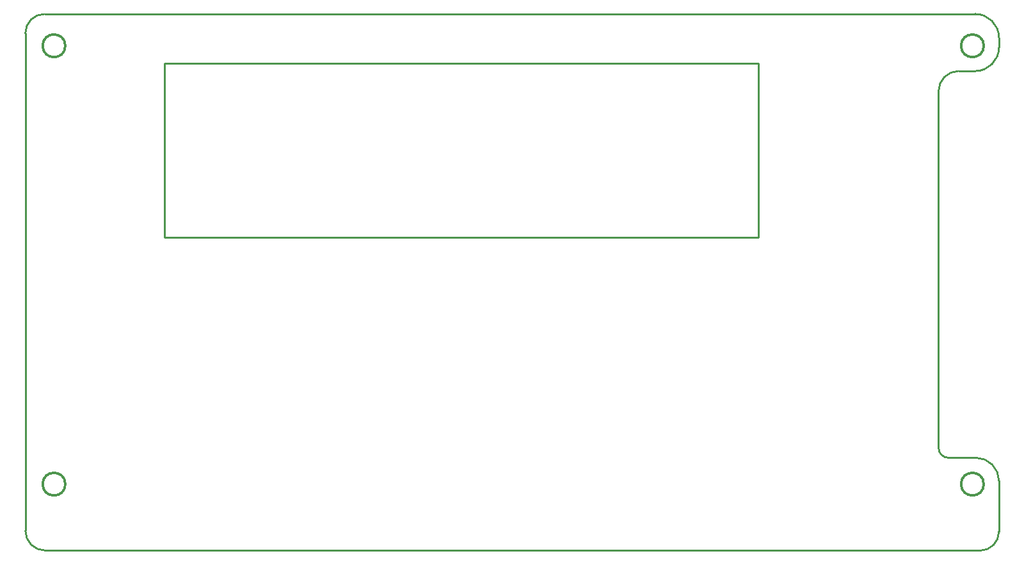
<source format=gko>
G04*
G04 #@! TF.GenerationSoftware,Altium Limited,Altium Designer,21.2.1 (34)*
G04*
G04 Layer_Color=16711935*
%FSLAX44Y44*%
%MOMM*%
G71*
G04*
G04 #@! TF.SameCoordinates,603A0A18-1311-4174-A4CB-90F12E54E7A9*
G04*
G04*
G04 #@! TF.FilePolarity,Positive*
G04*
G01*
G75*
%ADD11C,0.2540*%
%ADD15C,0.3000*%
D11*
X1913011Y1480000D02*
G03*
X1937978Y1504966I0J24966D01*
G01*
X1938040Y2158600D02*
G03*
X1906640Y2190000I-31400J0D01*
G01*
X1937978Y1572309D02*
G03*
X1907515Y1602771I-30463J0D01*
G01*
X1884624Y2114464D02*
G03*
X1858160Y2088000I0J-26464D01*
G01*
X1858166Y1615620D02*
G03*
X1870866Y1602920I12700J0D01*
G01*
X1906640Y2114464D02*
G03*
X1938040Y2145864I0J31400D01*
G01*
X650000Y1506454D02*
G03*
X676454Y1480000I26455J0D01*
G01*
X675392Y2190000D02*
G03*
X650000Y2164608I0J-25392D01*
G01*
X834452Y2124645D02*
X1619451Y2124645D01*
X834452Y1894645D02*
X1619451Y1894645D01*
Y2124645D01*
X834452Y1894645D02*
Y2124645D01*
X676454Y1480000D02*
X1913011D01*
X1938040Y2145864D02*
Y2158600D01*
X675392Y2190000D02*
X1906640D01*
X1903863Y1602920D02*
X1907515D01*
X1884624Y2114464D02*
X1906640D01*
X1858000Y2088000D02*
X1858000Y1615620D01*
X1937978Y1504966D02*
Y1572309D01*
X1870866Y1602920D02*
X1903863D01*
X650000Y1506454D02*
X650000Y2164608D01*
D15*
X1917878Y2147934D02*
G03*
X1917878Y2147934I-15000J0D01*
G01*
Y1567934D02*
G03*
X1917878Y1567934I-15000J0D01*
G01*
X702878D02*
G03*
X702878Y1567934I-15000J0D01*
G01*
Y2147934D02*
G03*
X702878Y2147934I-15000J0D01*
G01*
M02*

</source>
